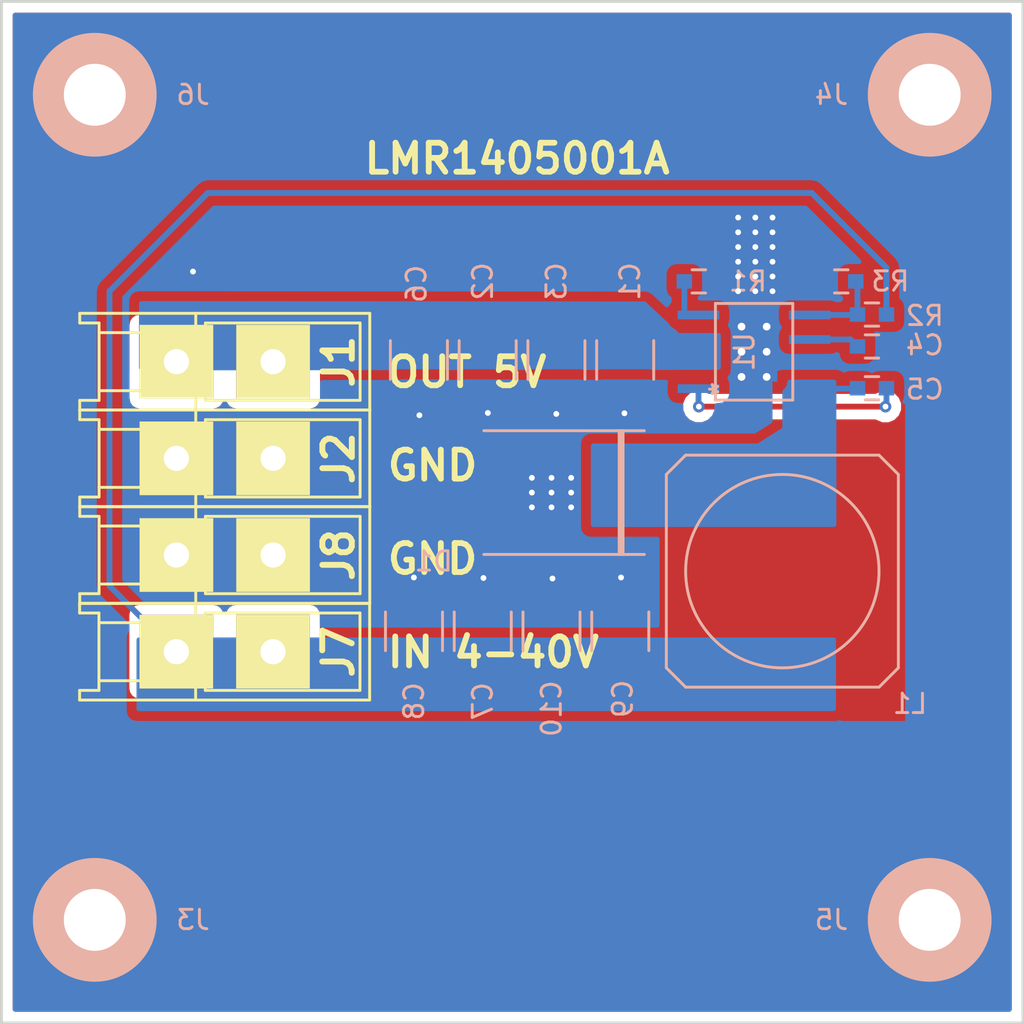
<source format=kicad_pcb>
(kicad_pcb (version 20170123) (host pcbnew "(2017-08-08 revision 53204e097)-makepkg")

  (general
    (thickness 1.6)
    (drawings 6)
    (tracks 157)
    (zones 0)
    (modules 24)
    (nets 9)
  )

  (page A4)
  (layers
    (0 F.Cu signal)
    (31 B.Cu signal)
    (32 B.Adhes user)
    (33 F.Adhes user)
    (34 B.Paste user)
    (35 F.Paste user)
    (36 B.SilkS user)
    (37 F.SilkS user)
    (38 B.Mask user)
    (39 F.Mask user)
    (40 Dwgs.User user)
    (41 Cmts.User user hide)
    (42 Eco1.User user)
    (43 Eco2.User user)
    (44 Edge.Cuts user)
    (45 Margin user)
    (46 B.CrtYd user)
    (47 F.CrtYd user)
    (48 B.Fab user hide)
    (49 F.Fab user hide)
  )

  (setup
    (last_trace_width 0.3)
    (trace_clearance 0.3)
    (zone_clearance 0.508)
    (zone_45_only yes)
    (trace_min 0.2)
    (segment_width 0.2)
    (edge_width 0.15)
    (via_size 0.6)
    (via_drill 0.3)
    (via_min_size 0.6)
    (via_min_drill 0.3)
    (uvia_size 0.3)
    (uvia_drill 0.1)
    (uvias_allowed no)
    (uvia_min_size 0.2)
    (uvia_min_drill 0.1)
    (pcb_text_width 0.3)
    (pcb_text_size 1.5 1.5)
    (mod_edge_width 0.15)
    (mod_text_size 1 1)
    (mod_text_width 0.15)
    (pad_size 4.0005 4.0005)
    (pad_drill 1.99898)
    (pad_to_mask_clearance 0.2)
    (aux_axis_origin 0 0)
    (visible_elements 7FFFFFFF)
    (pcbplotparams
      (layerselection 0x0103c_ffffffff)
      (usegerberextensions false)
      (excludeedgelayer true)
      (linewidth 0.100000)
      (plotframeref false)
      (viasonmask false)
      (mode 1)
      (useauxorigin false)
      (hpglpennumber 1)
      (hpglpenspeed 20)
      (hpglpendiameter 15)
      (psnegative false)
      (psa4output false)
      (plotreference true)
      (plotvalue true)
      (plotinvisibletext false)
      (padsonsilk false)
      (subtractmaskfromsilk false)
      (outputformat 1)
      (mirror false)
      (drillshape 0)
      (scaleselection 1)
      (outputdirectory gerber/))
  )

  (net 0 "")
  (net 1 VCC)
  (net 2 GND)
  (net 3 "Net-(C4-Pad1)")
  (net 4 "Net-(C5-Pad2)")
  (net 5 "Net-(C5-Pad1)")
  (net 6 "Net-(R1-Pad1)")
  (net 7 +5V)
  (net 8 "Net-(R2-Pad2)")

  (net_class Default "This is the default net class."
    (clearance 0.3)
    (trace_width 0.3)
    (via_dia 0.6)
    (via_drill 0.3)
    (uvia_dia 0.3)
    (uvia_drill 0.1)
    (add_net +5V)
    (add_net GND)
    (add_net "Net-(C4-Pad1)")
    (add_net "Net-(C5-Pad1)")
    (add_net "Net-(C5-Pad2)")
    (add_net "Net-(R1-Pad1)")
    (add_net "Net-(R2-Pad2)")
    (add_net VCC)
  )

  (module Capacitors_SMD:C_1210 (layer B.Cu) (tedit 5415D85D) (tstamp 5A200E54)
    (at 129.032 89.916 270)
    (descr "Capacitor SMD 1210, reflow soldering, AVX (see smccp.pdf)")
    (tags "capacitor 1210")
    (path /5A16ECE0)
    (attr smd)
    (fp_text reference C1 (at -4.064 -0.254 270) (layer B.SilkS)
      (effects (font (size 1 1) (thickness 0.15)) (justify mirror))
    )
    (fp_text value "1u / 50V" (at 0 -2.7 270) (layer B.Fab)
      (effects (font (size 1 1) (thickness 0.15)) (justify mirror))
    )
    (fp_line (start -2.3 1.6) (end 2.3 1.6) (layer B.CrtYd) (width 0.05))
    (fp_line (start -2.3 -1.6) (end 2.3 -1.6) (layer B.CrtYd) (width 0.05))
    (fp_line (start -2.3 1.6) (end -2.3 -1.6) (layer B.CrtYd) (width 0.05))
    (fp_line (start 2.3 1.6) (end 2.3 -1.6) (layer B.CrtYd) (width 0.05))
    (fp_line (start 1 1.475) (end -1 1.475) (layer B.SilkS) (width 0.15))
    (fp_line (start -1 -1.475) (end 1 -1.475) (layer B.SilkS) (width 0.15))
    (pad 1 smd rect (at -1.5 0 270) (size 1 2.5) (layers B.Cu B.Paste B.Mask)
      (net 1 VCC))
    (pad 2 smd rect (at 1.5 0 270) (size 1 2.5) (layers B.Cu B.Paste B.Mask)
      (net 2 GND))
    (model Capacitors_SMD.3dshapes/C_1210.wrl
      (at (xyz 0 0 0))
      (scale (xyz 1 1 1))
      (rotate (xyz 0 0 0))
    )
  )

  (module Capacitors_SMD:C_1210 (layer B.Cu) (tedit 5415D85D) (tstamp 5A200E60)
    (at 121.92 89.916 270)
    (descr "Capacitor SMD 1210, reflow soldering, AVX (see smccp.pdf)")
    (tags "capacitor 1210")
    (path /5A16EC9D)
    (attr smd)
    (fp_text reference C2 (at -4.064 0.254 270) (layer B.SilkS)
      (effects (font (size 1 1) (thickness 0.15)) (justify mirror))
    )
    (fp_text value "10u / 50V" (at 0 -2.7 270) (layer B.Fab)
      (effects (font (size 1 1) (thickness 0.15)) (justify mirror))
    )
    (fp_line (start -1 -1.475) (end 1 -1.475) (layer B.SilkS) (width 0.15))
    (fp_line (start 1 1.475) (end -1 1.475) (layer B.SilkS) (width 0.15))
    (fp_line (start 2.3 1.6) (end 2.3 -1.6) (layer B.CrtYd) (width 0.05))
    (fp_line (start -2.3 1.6) (end -2.3 -1.6) (layer B.CrtYd) (width 0.05))
    (fp_line (start -2.3 -1.6) (end 2.3 -1.6) (layer B.CrtYd) (width 0.05))
    (fp_line (start -2.3 1.6) (end 2.3 1.6) (layer B.CrtYd) (width 0.05))
    (pad 2 smd rect (at 1.5 0 270) (size 1 2.5) (layers B.Cu B.Paste B.Mask)
      (net 2 GND))
    (pad 1 smd rect (at -1.5 0 270) (size 1 2.5) (layers B.Cu B.Paste B.Mask)
      (net 1 VCC))
    (model Capacitors_SMD.3dshapes/C_1210.wrl
      (at (xyz 0 0 0))
      (scale (xyz 1 1 1))
      (rotate (xyz 0 0 0))
    )
  )

  (module Capacitors_SMD:C_1210 (layer B.Cu) (tedit 5415D85D) (tstamp 5A200E6C)
    (at 125.476 89.916 270)
    (descr "Capacitor SMD 1210, reflow soldering, AVX (see smccp.pdf)")
    (tags "capacitor 1210")
    (path /5A16D82D)
    (attr smd)
    (fp_text reference C3 (at -4.064 0 270) (layer B.SilkS)
      (effects (font (size 1 1) (thickness 0.15)) (justify mirror))
    )
    (fp_text value "10u / 50V" (at 0 -2.7 270) (layer B.Fab)
      (effects (font (size 1 1) (thickness 0.15)) (justify mirror))
    )
    (fp_line (start -2.3 1.6) (end 2.3 1.6) (layer B.CrtYd) (width 0.05))
    (fp_line (start -2.3 -1.6) (end 2.3 -1.6) (layer B.CrtYd) (width 0.05))
    (fp_line (start -2.3 1.6) (end -2.3 -1.6) (layer B.CrtYd) (width 0.05))
    (fp_line (start 2.3 1.6) (end 2.3 -1.6) (layer B.CrtYd) (width 0.05))
    (fp_line (start 1 1.475) (end -1 1.475) (layer B.SilkS) (width 0.15))
    (fp_line (start -1 -1.475) (end 1 -1.475) (layer B.SilkS) (width 0.15))
    (pad 1 smd rect (at -1.5 0 270) (size 1 2.5) (layers B.Cu B.Paste B.Mask)
      (net 1 VCC))
    (pad 2 smd rect (at 1.5 0 270) (size 1 2.5) (layers B.Cu B.Paste B.Mask)
      (net 2 GND))
    (model Capacitors_SMD.3dshapes/C_1210.wrl
      (at (xyz 0 0 0))
      (scale (xyz 1 1 1))
      (rotate (xyz 0 0 0))
    )
  )

  (module Capacitors_SMD:C_0603 (layer B.Cu) (tedit 5415D631) (tstamp 5A200E78)
    (at 141.7955 89.2175)
    (descr "Capacitor SMD 0603, reflow soldering, AVX (see smccp.pdf)")
    (tags "capacitor 0603")
    (path /5A16D7E2)
    (attr smd)
    (fp_text reference C4 (at 2.7305 -0.0635) (layer B.SilkS)
      (effects (font (size 1 1) (thickness 0.15)) (justify mirror))
    )
    (fp_text value 22n (at 0 -1.9) (layer B.Fab)
      (effects (font (size 1 1) (thickness 0.15)) (justify mirror))
    )
    (fp_line (start -1.45 0.75) (end 1.45 0.75) (layer B.CrtYd) (width 0.05))
    (fp_line (start -1.45 -0.75) (end 1.45 -0.75) (layer B.CrtYd) (width 0.05))
    (fp_line (start -1.45 0.75) (end -1.45 -0.75) (layer B.CrtYd) (width 0.05))
    (fp_line (start 1.45 0.75) (end 1.45 -0.75) (layer B.CrtYd) (width 0.05))
    (fp_line (start -0.35 0.6) (end 0.35 0.6) (layer B.SilkS) (width 0.15))
    (fp_line (start 0.35 -0.6) (end -0.35 -0.6) (layer B.SilkS) (width 0.15))
    (pad 1 smd rect (at -0.75 0) (size 0.8 0.75) (layers B.Cu B.Paste B.Mask)
      (net 3 "Net-(C4-Pad1)"))
    (pad 2 smd rect (at 0.75 0) (size 0.8 0.75) (layers B.Cu B.Paste B.Mask)
      (net 2 GND))
    (model Capacitors_SMD.3dshapes/C_0603.wrl
      (at (xyz 0 0 0))
      (scale (xyz 1 1 1))
      (rotate (xyz 0 0 0))
    )
  )

  (module Capacitors_SMD:C_0603 (layer B.Cu) (tedit 5415D631) (tstamp 5A200E84)
    (at 141.7955 91.3765 180)
    (descr "Capacitor SMD 0603, reflow soldering, AVX (see smccp.pdf)")
    (tags "capacitor 0603")
    (path /5A16D87C)
    (attr smd)
    (fp_text reference C5 (at -2.7305 -0.0635 180) (layer B.SilkS)
      (effects (font (size 1 1) (thickness 0.15)) (justify mirror))
    )
    (fp_text value 100n (at 0 -1.9 180) (layer B.Fab)
      (effects (font (size 1 1) (thickness 0.15)) (justify mirror))
    )
    (fp_line (start 0.35 -0.6) (end -0.35 -0.6) (layer B.SilkS) (width 0.15))
    (fp_line (start -0.35 0.6) (end 0.35 0.6) (layer B.SilkS) (width 0.15))
    (fp_line (start 1.45 0.75) (end 1.45 -0.75) (layer B.CrtYd) (width 0.05))
    (fp_line (start -1.45 0.75) (end -1.45 -0.75) (layer B.CrtYd) (width 0.05))
    (fp_line (start -1.45 -0.75) (end 1.45 -0.75) (layer B.CrtYd) (width 0.05))
    (fp_line (start -1.45 0.75) (end 1.45 0.75) (layer B.CrtYd) (width 0.05))
    (pad 2 smd rect (at 0.75 0 180) (size 0.8 0.75) (layers B.Cu B.Paste B.Mask)
      (net 4 "Net-(C5-Pad2)"))
    (pad 1 smd rect (at -0.75 0 180) (size 0.8 0.75) (layers B.Cu B.Paste B.Mask)
      (net 5 "Net-(C5-Pad1)"))
    (model Capacitors_SMD.3dshapes/C_0603.wrl
      (at (xyz 0 0 0))
      (scale (xyz 1 1 1))
      (rotate (xyz 0 0 0))
    )
  )

  (module Capacitors_SMD:C_1210 (layer B.Cu) (tedit 5415D85D) (tstamp 5A200E9C)
    (at 121.666 103.9495 90)
    (descr "Capacitor SMD 1210, reflow soldering, AVX (see smccp.pdf)")
    (tags "capacitor 1210")
    (path /5A16D8BB)
    (attr smd)
    (fp_text reference C7 (at -3.6195 0 90) (layer B.SilkS)
      (effects (font (size 1 1) (thickness 0.15)) (justify mirror))
    )
    (fp_text value 47u (at 0 -2.7 90) (layer B.Fab)
      (effects (font (size 1 1) (thickness 0.15)) (justify mirror))
    )
    (fp_line (start -1 -1.475) (end 1 -1.475) (layer B.SilkS) (width 0.15))
    (fp_line (start 1 1.475) (end -1 1.475) (layer B.SilkS) (width 0.15))
    (fp_line (start 2.3 1.6) (end 2.3 -1.6) (layer B.CrtYd) (width 0.05))
    (fp_line (start -2.3 1.6) (end -2.3 -1.6) (layer B.CrtYd) (width 0.05))
    (fp_line (start -2.3 -1.6) (end 2.3 -1.6) (layer B.CrtYd) (width 0.05))
    (fp_line (start -2.3 1.6) (end 2.3 1.6) (layer B.CrtYd) (width 0.05))
    (pad 2 smd rect (at 1.5 0 90) (size 1 2.5) (layers B.Cu B.Paste B.Mask)
      (net 2 GND))
    (pad 1 smd rect (at -1.5 0 90) (size 1 2.5) (layers B.Cu B.Paste B.Mask)
      (net 7 +5V))
    (model Capacitors_SMD.3dshapes/C_1210.wrl
      (at (xyz 0 0 0))
      (scale (xyz 1 1 1))
      (rotate (xyz 0 0 0))
    )
  )

  (module Capacitors_SMD:C_1210 (layer B.Cu) (tedit 5415D85D) (tstamp 5A200EA8)
    (at 118.11 103.9495 90)
    (descr "Capacitor SMD 1210, reflow soldering, AVX (see smccp.pdf)")
    (tags "capacitor 1210")
    (path /5A16E626)
    (attr smd)
    (fp_text reference C8 (at -3.6195 0 90) (layer B.SilkS)
      (effects (font (size 1 1) (thickness 0.15)) (justify mirror))
    )
    (fp_text value 47u (at 0 -2.7 90) (layer B.Fab)
      (effects (font (size 1 1) (thickness 0.15)) (justify mirror))
    )
    (fp_line (start -2.3 1.6) (end 2.3 1.6) (layer B.CrtYd) (width 0.05))
    (fp_line (start -2.3 -1.6) (end 2.3 -1.6) (layer B.CrtYd) (width 0.05))
    (fp_line (start -2.3 1.6) (end -2.3 -1.6) (layer B.CrtYd) (width 0.05))
    (fp_line (start 2.3 1.6) (end 2.3 -1.6) (layer B.CrtYd) (width 0.05))
    (fp_line (start 1 1.475) (end -1 1.475) (layer B.SilkS) (width 0.15))
    (fp_line (start -1 -1.475) (end 1 -1.475) (layer B.SilkS) (width 0.15))
    (pad 1 smd rect (at -1.5 0 90) (size 1 2.5) (layers B.Cu B.Paste B.Mask)
      (net 7 +5V))
    (pad 2 smd rect (at 1.5 0 90) (size 1 2.5) (layers B.Cu B.Paste B.Mask)
      (net 2 GND))
    (model Capacitors_SMD.3dshapes/C_1210.wrl
      (at (xyz 0 0 0))
      (scale (xyz 1 1 1))
      (rotate (xyz 0 0 0))
    )
  )

  (module Capacitors_SMD:C_1210 (layer B.Cu) (tedit 5415D85D) (tstamp 5A200EB4)
    (at 128.778 103.9495 90)
    (descr "Capacitor SMD 1210, reflow soldering, AVX (see smccp.pdf)")
    (tags "capacitor 1210")
    (path /5A16E64B)
    (attr smd)
    (fp_text reference C9 (at -3.4925 0.127 90) (layer B.SilkS)
      (effects (font (size 1 1) (thickness 0.15)) (justify mirror))
    )
    (fp_text value 47u (at 0 -2.7 90) (layer B.Fab)
      (effects (font (size 1 1) (thickness 0.15)) (justify mirror))
    )
    (fp_line (start -1 -1.475) (end 1 -1.475) (layer B.SilkS) (width 0.15))
    (fp_line (start 1 1.475) (end -1 1.475) (layer B.SilkS) (width 0.15))
    (fp_line (start 2.3 1.6) (end 2.3 -1.6) (layer B.CrtYd) (width 0.05))
    (fp_line (start -2.3 1.6) (end -2.3 -1.6) (layer B.CrtYd) (width 0.05))
    (fp_line (start -2.3 -1.6) (end 2.3 -1.6) (layer B.CrtYd) (width 0.05))
    (fp_line (start -2.3 1.6) (end 2.3 1.6) (layer B.CrtYd) (width 0.05))
    (pad 2 smd rect (at 1.5 0 90) (size 1 2.5) (layers B.Cu B.Paste B.Mask)
      (net 2 GND))
    (pad 1 smd rect (at -1.5 0 90) (size 1 2.5) (layers B.Cu B.Paste B.Mask)
      (net 7 +5V))
    (model Capacitors_SMD.3dshapes/C_1210.wrl
      (at (xyz 0 0 0))
      (scale (xyz 1 1 1))
      (rotate (xyz 0 0 0))
    )
  )

  (module Capacitors_SMD:C_1210 (layer B.Cu) (tedit 5415D85D) (tstamp 5A200EC0)
    (at 125.222 103.9495 90)
    (descr "Capacitor SMD 1210, reflow soldering, AVX (see smccp.pdf)")
    (tags "capacitor 1210")
    (path /5A16E671)
    (attr smd)
    (fp_text reference C10 (at -4.0005 0 90) (layer B.SilkS)
      (effects (font (size 1 1) (thickness 0.15)) (justify mirror))
    )
    (fp_text value 47u (at 0 -2.7 90) (layer B.Fab)
      (effects (font (size 1 1) (thickness 0.15)) (justify mirror))
    )
    (fp_line (start -2.3 1.6) (end 2.3 1.6) (layer B.CrtYd) (width 0.05))
    (fp_line (start -2.3 -1.6) (end 2.3 -1.6) (layer B.CrtYd) (width 0.05))
    (fp_line (start -2.3 1.6) (end -2.3 -1.6) (layer B.CrtYd) (width 0.05))
    (fp_line (start 2.3 1.6) (end 2.3 -1.6) (layer B.CrtYd) (width 0.05))
    (fp_line (start 1 1.475) (end -1 1.475) (layer B.SilkS) (width 0.15))
    (fp_line (start -1 -1.475) (end 1 -1.475) (layer B.SilkS) (width 0.15))
    (pad 1 smd rect (at -1.5 0 90) (size 1 2.5) (layers B.Cu B.Paste B.Mask)
      (net 7 +5V))
    (pad 2 smd rect (at 1.5 0 90) (size 1 2.5) (layers B.Cu B.Paste B.Mask)
      (net 2 GND))
    (model Capacitors_SMD.3dshapes/C_1210.wrl
      (at (xyz 0 0 0))
      (scale (xyz 1 1 1))
      (rotate (xyz 0 0 0))
    )
  )

  (module Diodes_SMD:DO-214AB (layer B.Cu) (tedit 55429DAE) (tstamp 5A200ED0)
    (at 125.222 96.774 180)
    (descr "Jedec DO-214AB diode package. Designed according to Fairchild SS32 datasheet.")
    (tags "DO-214AB diode")
    (path /5A16D9EE)
    (attr smd)
    (fp_text reference D1 (at 6.096 -3.556 180) (layer B.SilkS)
      (effects (font (size 1 1) (thickness 0.15)) (justify mirror))
    )
    (fp_text value STPS5L60 (at 0 -4.6 180) (layer B.Fab)
      (effects (font (size 1 1) (thickness 0.15)) (justify mirror))
    )
    (fp_line (start -3.5 -3.2) (end -3.5 3.2) (layer B.SilkS) (width 0.15))
    (fp_line (start -3.6 -3.2) (end -3.5 -3.2) (layer B.SilkS) (width 0.15))
    (fp_line (start -3.6 3.2) (end -3.6 -3.2) (layer B.SilkS) (width 0.15))
    (fp_line (start -3.7 3.2) (end -3.7 -3.2) (layer B.SilkS) (width 0.15))
    (fp_line (start -5.15 3.45) (end 5.15 3.45) (layer B.CrtYd) (width 0.05))
    (fp_line (start 5.15 3.45) (end 5.15 -3.45) (layer B.CrtYd) (width 0.05))
    (fp_line (start 5.15 -3.45) (end -5.15 -3.45) (layer B.CrtYd) (width 0.05))
    (fp_line (start -5.15 -3.45) (end -5.15 3.45) (layer B.CrtYd) (width 0.05))
    (fp_line (start 3.5 -3.2) (end -4.8 -3.2) (layer B.SilkS) (width 0.15))
    (fp_line (start -4.8 3.2) (end 3.5 3.2) (layer B.SilkS) (width 0.15))
    (pad 2 smd rect (at 3.6 0 180) (size 2.6 3.2) (layers B.Cu B.Paste B.Mask)
      (net 2 GND))
    (pad 1 smd rect (at -3.6 0 180) (size 2.6 3.2) (layers B.Cu B.Paste B.Mask)
      (net 4 "Net-(C5-Pad2)"))
    (model Diodes_SMD.3dshapes/DO-214AB.wrl
      (at (xyz 0 0 0))
      (scale (xyz 0.39 0.39 0.39))
      (rotate (xyz 0 0 180))
    )
  )

  (module Inductors:SELF-WE-PD-XXL (layer B.Cu) (tedit 0) (tstamp 5A200EE2)
    (at 137.16 100.838 270)
    (descr "SELF- WE-PD-XXL")
    (path /5A16D983)
    (attr smd)
    (fp_text reference L1 (at 6.858 -6.604 180) (layer B.SilkS)
      (effects (font (size 1 1) (thickness 0.15)) (justify mirror))
    )
    (fp_text value 744770115 (at 1.80086 0 180) (layer B.Fab)
      (effects (font (size 1 1) (thickness 0.15)) (justify mirror))
    )
    (fp_circle (center 0 0) (end 0 5.00126) (layer B.SilkS) (width 0.15))
    (fp_line (start -5.99948 0) (end -5.99948 5.00126) (layer B.SilkS) (width 0.15))
    (fp_line (start -5.99948 5.00126) (end -5.00126 5.99948) (layer B.SilkS) (width 0.15))
    (fp_line (start -5.00126 5.99948) (end 5.00126 5.99948) (layer B.SilkS) (width 0.15))
    (fp_line (start 5.00126 5.99948) (end 5.99948 5.00126) (layer B.SilkS) (width 0.15))
    (fp_line (start 5.99948 5.00126) (end 5.99948 -5.00126) (layer B.SilkS) (width 0.15))
    (fp_line (start 5.99948 -5.00126) (end 5.00126 -5.99948) (layer B.SilkS) (width 0.15))
    (fp_line (start 5.00126 -5.99948) (end -5.00126 -5.99948) (layer B.SilkS) (width 0.15))
    (fp_line (start -5.00126 -5.99948) (end -5.99948 -5.00126) (layer B.SilkS) (width 0.15))
    (fp_line (start -5.99948 -5.00126) (end -5.99948 0) (layer B.SilkS) (width 0.15))
    (fp_text user "" (at 0 0 270) (layer B.SilkS)
      (effects (font (size 1 1) (thickness 0.15)) (justify mirror))
    )
    (fp_text user "" (at 0 0 270) (layer B.SilkS)
      (effects (font (size 1 1) (thickness 0.15)) (justify mirror))
    )
    (pad 1 smd rect (at -5.00126 0 270) (size 2.90068 5.40004) (layers B.Cu B.Paste B.Mask)
      (net 4 "Net-(C5-Pad2)"))
    (pad 2 smd rect (at 5.00126 0 270) (size 2.90068 5.40004) (layers B.Cu B.Paste B.Mask)
      (net 7 +5V))
    (model Inductors.3dshapes/SELF-WE-PD-XXL.wrl
      (at (xyz 0 0 0))
      (scale (xyz 1 1 1))
      (rotate (xyz 0 0 0))
    )
  )

  (module Capacitors_SMD:C_0603 (layer B.Cu) (tedit 5415D631) (tstamp 5A200EEE)
    (at 132.842 85.852)
    (descr "Capacitor SMD 0603, reflow soldering, AVX (see smccp.pdf)")
    (tags "capacitor 0603")
    (path /5A16D8E6)
    (attr smd)
    (fp_text reference R1 (at 2.54 0) (layer B.SilkS)
      (effects (font (size 1 1) (thickness 0.15)) (justify mirror))
    )
    (fp_text value 20k (at 0 -1.9) (layer B.Fab)
      (effects (font (size 1 1) (thickness 0.15)) (justify mirror))
    )
    (fp_line (start -1.45 0.75) (end 1.45 0.75) (layer B.CrtYd) (width 0.05))
    (fp_line (start -1.45 -0.75) (end 1.45 -0.75) (layer B.CrtYd) (width 0.05))
    (fp_line (start -1.45 0.75) (end -1.45 -0.75) (layer B.CrtYd) (width 0.05))
    (fp_line (start 1.45 0.75) (end 1.45 -0.75) (layer B.CrtYd) (width 0.05))
    (fp_line (start -0.35 0.6) (end 0.35 0.6) (layer B.SilkS) (width 0.15))
    (fp_line (start 0.35 -0.6) (end -0.35 -0.6) (layer B.SilkS) (width 0.15))
    (pad 1 smd rect (at -0.75 0) (size 0.8 0.75) (layers B.Cu B.Paste B.Mask)
      (net 6 "Net-(R1-Pad1)"))
    (pad 2 smd rect (at 0.75 0) (size 0.8 0.75) (layers B.Cu B.Paste B.Mask)
      (net 2 GND))
    (model Capacitors_SMD.3dshapes/C_0603.wrl
      (at (xyz 0 0 0))
      (scale (xyz 1 1 1))
      (rotate (xyz 0 0 0))
    )
  )

  (module Capacitors_SMD:C_0603 (layer B.Cu) (tedit 5415D631) (tstamp 5A200EFA)
    (at 141.7955 87.5665 180)
    (descr "Capacitor SMD 0603, reflow soldering, AVX (see smccp.pdf)")
    (tags "capacitor 0603")
    (path /5A16D91F)
    (attr smd)
    (fp_text reference R2 (at -2.7305 -0.0635 180) (layer B.SilkS)
      (effects (font (size 1 1) (thickness 0.15)) (justify mirror))
    )
    (fp_text value 56k (at 0 -1.9 180) (layer B.Fab)
      (effects (font (size 1 1) (thickness 0.15)) (justify mirror))
    )
    (fp_line (start 0.35 -0.6) (end -0.35 -0.6) (layer B.SilkS) (width 0.15))
    (fp_line (start -0.35 0.6) (end 0.35 0.6) (layer B.SilkS) (width 0.15))
    (fp_line (start 1.45 0.75) (end 1.45 -0.75) (layer B.CrtYd) (width 0.05))
    (fp_line (start -1.45 0.75) (end -1.45 -0.75) (layer B.CrtYd) (width 0.05))
    (fp_line (start -1.45 -0.75) (end 1.45 -0.75) (layer B.CrtYd) (width 0.05))
    (fp_line (start -1.45 0.75) (end 1.45 0.75) (layer B.CrtYd) (width 0.05))
    (pad 2 smd rect (at 0.75 0 180) (size 0.8 0.75) (layers B.Cu B.Paste B.Mask)
      (net 8 "Net-(R2-Pad2)"))
    (pad 1 smd rect (at -0.75 0 180) (size 0.8 0.75) (layers B.Cu B.Paste B.Mask)
      (net 7 +5V))
    (model Capacitors_SMD.3dshapes/C_0603.wrl
      (at (xyz 0 0 0))
      (scale (xyz 1 1 1))
      (rotate (xyz 0 0 0))
    )
  )

  (module Capacitors_SMD:C_0603 (layer B.Cu) (tedit 5415D631) (tstamp 5A200F06)
    (at 140.208 85.852 180)
    (descr "Capacitor SMD 0603, reflow soldering, AVX (see smccp.pdf)")
    (tags "capacitor 0603")
    (path /5A16D94E)
    (attr smd)
    (fp_text reference R3 (at -2.54 0 180) (layer B.SilkS)
      (effects (font (size 1 1) (thickness 0.15)) (justify mirror))
    )
    (fp_text value 10k (at 0 -1.9 180) (layer B.Fab)
      (effects (font (size 1 1) (thickness 0.15)) (justify mirror))
    )
    (fp_line (start -1.45 0.75) (end 1.45 0.75) (layer B.CrtYd) (width 0.05))
    (fp_line (start -1.45 -0.75) (end 1.45 -0.75) (layer B.CrtYd) (width 0.05))
    (fp_line (start -1.45 0.75) (end -1.45 -0.75) (layer B.CrtYd) (width 0.05))
    (fp_line (start 1.45 0.75) (end 1.45 -0.75) (layer B.CrtYd) (width 0.05))
    (fp_line (start -0.35 0.6) (end 0.35 0.6) (layer B.SilkS) (width 0.15))
    (fp_line (start 0.35 -0.6) (end -0.35 -0.6) (layer B.SilkS) (width 0.15))
    (pad 1 smd rect (at -0.75 0 180) (size 0.8 0.75) (layers B.Cu B.Paste B.Mask)
      (net 8 "Net-(R2-Pad2)"))
    (pad 2 smd rect (at 0.75 0 180) (size 0.8 0.75) (layers B.Cu B.Paste B.Mask)
      (net 2 GND))
    (model Capacitors_SMD.3dshapes/C_0603.wrl
      (at (xyz 0 0 0))
      (scale (xyz 1 1 1))
      (rotate (xyz 0 0 0))
    )
  )

  (module Mlab_IO:HSOP-8 (layer B.Cu) (tedit 58242E22) (tstamp 5A200F1E)
    (at 135.6995 89.492 90)
    (path /5A16D781)
    (fp_text reference U1 (at 0 -0.5 90) (layer B.SilkS)
      (effects (font (size 1 1) (thickness 0.15)) (justify mirror))
    )
    (fp_text value LMR14050 (at 0 0.5 90) (layer B.Fab)
      (effects (font (size 1 1) (thickness 0.15)) (justify mirror))
    )
    (fp_line (start -2.5 -2) (end -2.5 2) (layer B.SilkS) (width 0.15))
    (fp_line (start 2.5 -2) (end -2.5 -2) (layer B.SilkS) (width 0.15))
    (fp_line (start 2.5 2) (end 2.5 -2) (layer B.SilkS) (width 0.15))
    (fp_line (start -2.5 2) (end 2.5 2) (layer B.SilkS) (width 0.15))
    (fp_text user * (at -1.9304 -1.7653 90) (layer B.SilkS)
      (effects (font (size 1 1) (thickness 0.15)) (justify mirror))
    )
    (pad 9 thru_hole circle (at -1.3 0.65 90) (size 0.45 0.45) (drill 0.4) (layers *.Cu *.Mask)
      (net 2 GND))
    (pad 9 thru_hole circle (at -1.3 -0.65 90) (size 0.45 0.45) (drill 0.4) (layers *.Cu *.Mask)
      (net 2 GND))
    (pad 9 thru_hole circle (at 1.3 -0.65 90) (size 0.45 0.45) (drill 0.4) (layers *.Cu *.Mask)
      (net 2 GND))
    (pad 9 thru_hole circle (at 1.3 0.65 90) (size 0.45 0.45) (drill 0.4) (layers *.Cu *.Mask)
      (net 2 GND))
    (pad 9 thru_hole circle (at 0 0.65 90) (size 0.45 0.45) (drill 0.4) (layers *.Cu *.Mask)
      (net 2 GND))
    (pad 9 thru_hole circle (at 0 -0.65 90) (size 0.45 0.45) (drill 0.4) (layers *.Cu *.Mask)
      (net 2 GND))
    (pad 9 smd trapezoid (at 0 0 90) (size 3.1 2.4) (layers B.Cu B.Paste B.Mask)
      (net 2 GND))
    (pad 8 smd trapezoid (at -1.905 2.875 90) (size 0.45 2.15) (layers B.Cu B.Paste B.Mask)
      (net 4 "Net-(C5-Pad2)"))
    (pad 7 smd trapezoid (at -0.635 2.875 90) (size 0.45 2.15) (layers B.Cu B.Paste B.Mask)
      (net 2 GND))
    (pad 6 smd trapezoid (at 0.635 2.875 90) (size 0.45 2.15) (layers B.Cu B.Paste B.Mask)
      (net 3 "Net-(C4-Pad1)"))
    (pad 5 smd trapezoid (at 1.905 2.875 90) (size 0.45 2.15) (layers B.Cu B.Paste B.Mask)
      (net 8 "Net-(R2-Pad2)"))
    (pad 4 smd trapezoid (at 1.905 -2.875 90) (size 0.45 2.15) (layers B.Cu B.Paste B.Mask)
      (net 6 "Net-(R1-Pad1)"))
    (pad 3 smd trapezoid (at 0.635 -2.875 90) (size 0.45 2.15) (layers B.Cu B.Paste B.Mask)
      (net 1 VCC))
    (pad 2 smd trapezoid (at -0.635 -2.875 90) (size 0.45 2.15) (layers B.Cu B.Paste B.Mask)
      (net 1 VCC))
    (pad 1 smd trapezoid (at -1.905 -2.875 90) (size 0.45 2.15) (layers B.Cu B.Paste B.Mask)
      (net 5 "Net-(C5-Pad1)"))
  )

  (module Capacitors_SMD:C_1210 (layer B.Cu) (tedit 5415D85D) (tstamp 5A26FFC6)
    (at 118.364 89.916 270)
    (descr "Capacitor SMD 1210, reflow soldering, AVX (see smccp.pdf)")
    (tags "capacitor 1210")
    (path /5A1706E0)
    (attr smd)
    (fp_text reference C6 (at -3.937 0.127 270) (layer B.SilkS)
      (effects (font (size 1 1) (thickness 0.15)) (justify mirror))
    )
    (fp_text value "1u / 50V" (at 0 -2.7 270) (layer B.Fab)
      (effects (font (size 1 1) (thickness 0.15)) (justify mirror))
    )
    (fp_line (start -2.3 1.6) (end 2.3 1.6) (layer B.CrtYd) (width 0.05))
    (fp_line (start -2.3 -1.6) (end 2.3 -1.6) (layer B.CrtYd) (width 0.05))
    (fp_line (start -2.3 1.6) (end -2.3 -1.6) (layer B.CrtYd) (width 0.05))
    (fp_line (start 2.3 1.6) (end 2.3 -1.6) (layer B.CrtYd) (width 0.05))
    (fp_line (start 1 1.475) (end -1 1.475) (layer B.SilkS) (width 0.15))
    (fp_line (start -1 -1.475) (end 1 -1.475) (layer B.SilkS) (width 0.15))
    (pad 1 smd rect (at -1.5 0 270) (size 1 2.5) (layers B.Cu B.Paste B.Mask)
      (net 1 VCC))
    (pad 2 smd rect (at 1.5 0 270) (size 1 2.5) (layers B.Cu B.Paste B.Mask)
      (net 2 GND))
    (model Capacitors_SMD.3dshapes/C_1210.wrl
      (at (xyz 0 0 0))
      (scale (xyz 1 1 1))
      (rotate (xyz 0 0 0))
    )
  )

  (module Mounting_Holes:MountingHole_3.2mm_M3_Pad (layer B.Cu) (tedit 56D1B4CB) (tstamp 5A306C7D)
    (at 101.6 118.872)
    (descr "Mounting Hole 3.2mm, M3")
    (tags "mounting hole 3.2mm m3")
    (path /5A17146E)
    (fp_text reference J3 (at 5.08 0) (layer B.SilkS)
      (effects (font (size 1 1) (thickness 0.15)) (justify mirror))
    )
    (fp_text value CONN_01X01 (at 0 -4.2) (layer B.Fab)
      (effects (font (size 1 1) (thickness 0.15)) (justify mirror))
    )
    (fp_circle (center 0 0) (end 3.45 0) (layer B.CrtYd) (width 0.05))
    (fp_circle (center 0 0) (end 3.2 0) (layer Cmts.User) (width 0.15))
    (pad 1 thru_hole circle (at 0 0) (size 6.4 6.4) (drill 3.2) (layers *.Cu *.Mask B.SilkS)
      (net 2 GND))
  )

  (module Mounting_Holes:MountingHole_3.2mm_M3_Pad (layer B.Cu) (tedit 56D1B4CB) (tstamp 5A306C84)
    (at 144.78 76.2)
    (descr "Mounting Hole 3.2mm, M3")
    (tags "mounting hole 3.2mm m3")
    (path /5A171540)
    (fp_text reference J4 (at -5.08 0) (layer B.SilkS)
      (effects (font (size 1 1) (thickness 0.15)) (justify mirror))
    )
    (fp_text value CONN_01X01 (at 0 -4.2) (layer B.Fab)
      (effects (font (size 1 1) (thickness 0.15)) (justify mirror))
    )
    (fp_circle (center 0 0) (end 3.2 0) (layer Cmts.User) (width 0.15))
    (fp_circle (center 0 0) (end 3.45 0) (layer B.CrtYd) (width 0.05))
    (pad 1 thru_hole circle (at 0 0) (size 6.4 6.4) (drill 3.2) (layers *.Cu *.Mask B.SilkS)
      (net 2 GND))
  )

  (module Mounting_Holes:MountingHole_3.2mm_M3_Pad (layer B.Cu) (tedit 56D1B4CB) (tstamp 5A306C8B)
    (at 144.78 118.872)
    (descr "Mounting Hole 3.2mm, M3")
    (tags "mounting hole 3.2mm m3")
    (path /5A17157E)
    (fp_text reference J5 (at -5.08 0) (layer B.SilkS)
      (effects (font (size 1 1) (thickness 0.15)) (justify mirror))
    )
    (fp_text value CONN_01X01 (at 0 -4.2) (layer B.Fab)
      (effects (font (size 1 1) (thickness 0.15)) (justify mirror))
    )
    (fp_circle (center 0 0) (end 3.45 0) (layer B.CrtYd) (width 0.05))
    (fp_circle (center 0 0) (end 3.2 0) (layer Cmts.User) (width 0.15))
    (pad 1 thru_hole circle (at 0 0) (size 6.4 6.4) (drill 3.2) (layers *.Cu *.Mask B.SilkS)
      (net 2 GND))
  )

  (module Mounting_Holes:MountingHole_3.2mm_M3_Pad (layer B.Cu) (tedit 56D1B4CB) (tstamp 5A306C92)
    (at 101.6 76.2)
    (descr "Mounting Hole 3.2mm, M3")
    (tags "mounting hole 3.2mm m3")
    (path /5A1715BA)
    (fp_text reference J6 (at 5.08 0) (layer B.SilkS)
      (effects (font (size 1 1) (thickness 0.15)) (justify mirror))
    )
    (fp_text value CONN_01X01 (at 0 -4.2) (layer B.Fab)
      (effects (font (size 1 1) (thickness 0.15)) (justify mirror))
    )
    (fp_circle (center 0 0) (end 3.2 0) (layer Cmts.User) (width 0.15))
    (fp_circle (center 0 0) (end 3.45 0) (layer B.CrtYd) (width 0.05))
    (pad 1 thru_hole circle (at 0 0) (size 6.4 6.4) (drill 3.2) (layers *.Cu *.Mask B.SilkS)
      (net 2 GND))
  )

  (module Mlab_CON:WAGO256_2 (layer F.Cu) (tedit 5934EE34) (tstamp 5A350282)
    (at 108.362912 90.0036 180)
    (descr "WAGO-Series 236, 2Stift, 1pol, RM 5mm,")
    (tags "WAGO-Series 236, 2Stift, 1pol, RM 5mm, Anreibare Leiterplattenklemme")
    (path /5A171C46)
    (fp_text reference J1 (at -5.842 0 270) (layer F.SilkS)
      (effects (font (thickness 0.3048)))
    )
    (fp_text value CONN_01X01 (at 0.254 4.064 180) (layer F.SilkS) hide
      (effects (font (thickness 0.3048)))
    )
    (fp_line (start -7.46 -2.5) (end 1.54 -2.5) (layer F.SilkS) (width 0.15))
    (fp_line (start 1.54 2.5) (end -7.46 2.5) (layer F.SilkS) (width 0.15))
    (fp_line (start 1.54 -2.5) (end 7.54 -2.5) (layer F.SilkS) (width 0.15))
    (fp_line (start -6.9601 -2) (end 1.0399 -2) (layer F.SilkS) (width 0.15))
    (fp_line (start 3.54 -1.5) (end 6.54 -1.5) (layer F.SilkS) (width 0.15))
    (fp_line (start 1.54 2.5) (end 7.54 2.5) (layer F.SilkS) (width 0.15))
    (fp_line (start -6.9601 2) (end 1.0399 2) (layer F.SilkS) (width 0.15))
    (fp_line (start 3.54 1.5) (end 6.54 1.5) (layer F.SilkS) (width 0.15))
    (fp_line (start 6.54 -2) (end 7.54 -2) (layer F.SilkS) (width 0.15))
    (fp_line (start 1.0399 -1) (end 1.54 -1) (layer F.SilkS) (width 0.15))
    (fp_line (start 6.54 2) (end 7.54 2) (layer F.SilkS) (width 0.15))
    (fp_line (start 1.0399 1) (end 1.54 1) (layer F.SilkS) (width 0.15))
    (fp_line (start -6.9601 2) (end -6.9601 -2) (layer F.SilkS) (width 0.15))
    (fp_line (start 1.0399 -2) (end 1.0399 2) (layer F.SilkS) (width 0.15))
    (fp_line (start 3.54 1.5001) (end 3.54 -1.5001) (layer F.SilkS) (width 0.15))
    (fp_line (start 6.54 -2) (end 6.54 2) (layer F.SilkS) (width 0.15))
    (fp_line (start -7.46 2.5001) (end -7.46 -2.5001) (layer F.SilkS) (width 0.15))
    (fp_line (start 1.54 2.5001) (end 1.54 -2.5001) (layer F.SilkS) (width 0.15))
    (fp_line (start 7.54 -2) (end 7.54 -2.5) (layer F.SilkS) (width 0.15))
    (fp_line (start 7.54 2.5) (end 7.54 2) (layer F.SilkS) (width 0.15))
    (pad 1 thru_hole rect (at 2.54 0 270) (size 3.81 3.81) (drill 1.3) (layers *.Cu *.Mask F.SilkS)
      (net 1 VCC))
    (pad 1 thru_hole rect (at -2.46 0 270) (size 3.81 3.81) (drill 1.3) (layers *.Cu *.Mask F.SilkS)
      (net 1 VCC))
  )

  (module Mlab_CON:WAGO256_2 (layer F.Cu) (tedit 5934EE34) (tstamp 5A35029B)
    (at 108.362912 95.0036 180)
    (descr "WAGO-Series 236, 2Stift, 1pol, RM 5mm,")
    (tags "WAGO-Series 236, 2Stift, 1pol, RM 5mm, Anreibare Leiterplattenklemme")
    (path /5A171E9A)
    (fp_text reference J2 (at -5.842 0 270) (layer F.SilkS)
      (effects (font (thickness 0.3048)))
    )
    (fp_text value CONN_01X01 (at 0.254 4.064 180) (layer F.SilkS) hide
      (effects (font (thickness 0.3048)))
    )
    (fp_line (start 7.54 2.5) (end 7.54 2) (layer F.SilkS) (width 0.15))
    (fp_line (start 7.54 -2) (end 7.54 -2.5) (layer F.SilkS) (width 0.15))
    (fp_line (start 1.54 2.5001) (end 1.54 -2.5001) (layer F.SilkS) (width 0.15))
    (fp_line (start -7.46 2.5001) (end -7.46 -2.5001) (layer F.SilkS) (width 0.15))
    (fp_line (start 6.54 -2) (end 6.54 2) (layer F.SilkS) (width 0.15))
    (fp_line (start 3.54 1.5001) (end 3.54 -1.5001) (layer F.SilkS) (width 0.15))
    (fp_line (start 1.0399 -2) (end 1.0399 2) (layer F.SilkS) (width 0.15))
    (fp_line (start -6.9601 2) (end -6.9601 -2) (layer F.SilkS) (width 0.15))
    (fp_line (start 1.0399 1) (end 1.54 1) (layer F.SilkS) (width 0.15))
    (fp_line (start 6.54 2) (end 7.54 2) (layer F.SilkS) (width 0.15))
    (fp_line (start 1.0399 -1) (end 1.54 -1) (layer F.SilkS) (width 0.15))
    (fp_line (start 6.54 -2) (end 7.54 -2) (layer F.SilkS) (width 0.15))
    (fp_line (start 3.54 1.5) (end 6.54 1.5) (layer F.SilkS) (width 0.15))
    (fp_line (start -6.9601 2) (end 1.0399 2) (layer F.SilkS) (width 0.15))
    (fp_line (start 1.54 2.5) (end 7.54 2.5) (layer F.SilkS) (width 0.15))
    (fp_line (start 3.54 -1.5) (end 6.54 -1.5) (layer F.SilkS) (width 0.15))
    (fp_line (start -6.9601 -2) (end 1.0399 -2) (layer F.SilkS) (width 0.15))
    (fp_line (start 1.54 -2.5) (end 7.54 -2.5) (layer F.SilkS) (width 0.15))
    (fp_line (start 1.54 2.5) (end -7.46 2.5) (layer F.SilkS) (width 0.15))
    (fp_line (start -7.46 -2.5) (end 1.54 -2.5) (layer F.SilkS) (width 0.15))
    (pad 1 thru_hole rect (at -2.46 0 270) (size 3.81 3.81) (drill 1.3) (layers *.Cu *.Mask F.SilkS)
      (net 2 GND))
    (pad 1 thru_hole rect (at 2.54 0 270) (size 3.81 3.81) (drill 1.3) (layers *.Cu *.Mask F.SilkS)
      (net 2 GND))
  )

  (module Mlab_CON:WAGO256_2 (layer F.Cu) (tedit 5934EE34) (tstamp 5A3502CD)
    (at 108.3564 105.0036 180)
    (descr "WAGO-Series 236, 2Stift, 1pol, RM 5mm,")
    (tags "WAGO-Series 236, 2Stift, 1pol, RM 5mm, Anreibare Leiterplattenklemme")
    (path /5A172173)
    (fp_text reference J7 (at -5.842 0 270) (layer F.SilkS)
      (effects (font (thickness 0.3048)))
    )
    (fp_text value CONN_01X01 (at 0.254 4.064 180) (layer F.SilkS) hide
      (effects (font (thickness 0.3048)))
    )
    (fp_line (start -7.46 -2.5) (end 1.54 -2.5) (layer F.SilkS) (width 0.15))
    (fp_line (start 1.54 2.5) (end -7.46 2.5) (layer F.SilkS) (width 0.15))
    (fp_line (start 1.54 -2.5) (end 7.54 -2.5) (layer F.SilkS) (width 0.15))
    (fp_line (start -6.9601 -2) (end 1.0399 -2) (layer F.SilkS) (width 0.15))
    (fp_line (start 3.54 -1.5) (end 6.54 -1.5) (layer F.SilkS) (width 0.15))
    (fp_line (start 1.54 2.5) (end 7.54 2.5) (layer F.SilkS) (width 0.15))
    (fp_line (start -6.9601 2) (end 1.0399 2) (layer F.SilkS) (width 0.15))
    (fp_line (start 3.54 1.5) (end 6.54 1.5) (layer F.SilkS) (width 0.15))
    (fp_line (start 6.54 -2) (end 7.54 -2) (layer F.SilkS) (width 0.15))
    (fp_line (start 1.0399 -1) (end 1.54 -1) (layer F.SilkS) (width 0.15))
    (fp_line (start 6.54 2) (end 7.54 2) (layer F.SilkS) (width 0.15))
    (fp_line (start 1.0399 1) (end 1.54 1) (layer F.SilkS) (width 0.15))
    (fp_line (start -6.9601 2) (end -6.9601 -2) (layer F.SilkS) (width 0.15))
    (fp_line (start 1.0399 -2) (end 1.0399 2) (layer F.SilkS) (width 0.15))
    (fp_line (start 3.54 1.5001) (end 3.54 -1.5001) (layer F.SilkS) (width 0.15))
    (fp_line (start 6.54 -2) (end 6.54 2) (layer F.SilkS) (width 0.15))
    (fp_line (start -7.46 2.5001) (end -7.46 -2.5001) (layer F.SilkS) (width 0.15))
    (fp_line (start 1.54 2.5001) (end 1.54 -2.5001) (layer F.SilkS) (width 0.15))
    (fp_line (start 7.54 -2) (end 7.54 -2.5) (layer F.SilkS) (width 0.15))
    (fp_line (start 7.54 2.5) (end 7.54 2) (layer F.SilkS) (width 0.15))
    (pad 1 thru_hole rect (at 2.54 0 270) (size 3.81 3.81) (drill 1.3) (layers *.Cu *.Mask F.SilkS)
      (net 7 +5V))
    (pad 1 thru_hole rect (at -2.46 0 270) (size 3.81 3.81) (drill 1.3) (layers *.Cu *.Mask F.SilkS)
      (net 7 +5V))
  )

  (module Mlab_CON:WAGO256_2 (layer F.Cu) (tedit 5934EE34) (tstamp 5A3502E7)
    (at 108.362912 100.0036 180)
    (descr "WAGO-Series 236, 2Stift, 1pol, RM 5mm,")
    (tags "WAGO-Series 236, 2Stift, 1pol, RM 5mm, Anreibare Leiterplattenklemme")
    (path /5A1722FA)
    (fp_text reference J8 (at -5.842 0 270) (layer F.SilkS)
      (effects (font (thickness 0.3048)))
    )
    (fp_text value CONN_01X01 (at 0.254 4.064 180) (layer F.SilkS) hide
      (effects (font (thickness 0.3048)))
    )
    (fp_line (start 7.54 2.5) (end 7.54 2) (layer F.SilkS) (width 0.15))
    (fp_line (start 7.54 -2) (end 7.54 -2.5) (layer F.SilkS) (width 0.15))
    (fp_line (start 1.54 2.5001) (end 1.54 -2.5001) (layer F.SilkS) (width 0.15))
    (fp_line (start -7.46 2.5001) (end -7.46 -2.5001) (layer F.SilkS) (width 0.15))
    (fp_line (start 6.54 -2) (end 6.54 2) (layer F.SilkS) (width 0.15))
    (fp_line (start 3.54 1.5001) (end 3.54 -1.5001) (layer F.SilkS) (width 0.15))
    (fp_line (start 1.0399 -2) (end 1.0399 2) (layer F.SilkS) (width 0.15))
    (fp_line (start -6.9601 2) (end -6.9601 -2) (layer F.SilkS) (width 0.15))
    (fp_line (start 1.0399 1) (end 1.54 1) (layer F.SilkS) (width 0.15))
    (fp_line (start 6.54 2) (end 7.54 2) (layer F.SilkS) (width 0.15))
    (fp_line (start 1.0399 -1) (end 1.54 -1) (layer F.SilkS) (width 0.15))
    (fp_line (start 6.54 -2) (end 7.54 -2) (layer F.SilkS) (width 0.15))
    (fp_line (start 3.54 1.5) (end 6.54 1.5) (layer F.SilkS) (width 0.15))
    (fp_line (start -6.9601 2) (end 1.0399 2) (layer F.SilkS) (width 0.15))
    (fp_line (start 1.54 2.5) (end 7.54 2.5) (layer F.SilkS) (width 0.15))
    (fp_line (start 3.54 -1.5) (end 6.54 -1.5) (layer F.SilkS) (width 0.15))
    (fp_line (start -6.9601 -2) (end 1.0399 -2) (layer F.SilkS) (width 0.15))
    (fp_line (start 1.54 -2.5) (end 7.54 -2.5) (layer F.SilkS) (width 0.15))
    (fp_line (start 1.54 2.5) (end -7.46 2.5) (layer F.SilkS) (width 0.15))
    (fp_line (start -7.46 -2.5) (end 1.54 -2.5) (layer F.SilkS) (width 0.15))
    (pad 1 thru_hole rect (at -2.46 0 270) (size 3.81 3.81) (drill 1.3) (layers *.Cu *.Mask F.SilkS)
      (net 2 GND))
    (pad 1 thru_hole rect (at 2.54 0 270) (size 3.81 3.81) (drill 1.3) (layers *.Cu *.Mask F.SilkS)
      (net 2 GND))
  )

  (gr_line (start 96.774 124.206) (end 96.774 71.374) (layer Edge.Cuts) (width 0.15))
  (gr_line (start 149.606 124.206) (end 96.774 124.206) (layer Edge.Cuts) (width 0.15))
  (gr_line (start 149.606 71.374) (end 149.606 124.206) (layer Edge.Cuts) (width 0.15))
  (gr_line (start 96.774 71.374) (end 149.606 71.374) (layer Edge.Cuts) (width 0.15))
  (gr_text LMR1405001A (at 123.444 79.502) (layer F.SilkS)
    (effects (font (size 1.5 1.5) (thickness 0.3)))
  )
  (gr_text "OUT 5V\n\nGND\n\nGND\n\nIN 4-40V" (at 116.586 97.79) (layer F.SilkS)
    (effects (font (size 1.5 1.5) (thickness 0.3)) (justify left))
  )

  (segment (start 118.148 88.632) (end 118.364 88.416) (width 0.3) (layer B.Cu) (net 1))
  (segment (start 118.364 88.416) (end 119.914 88.416) (width 0.3) (layer B.Cu) (net 1))
  (segment (start 119.914 88.416) (end 121.92 88.416) (width 0.3) (layer B.Cu) (net 1))
  (segment (start 129.032 88.416) (end 130.326 88.416) (width 0.3) (layer B.Cu) (net 1))
  (segment (start 130.326 88.416) (end 130.81 88.9) (width 0.3) (layer B.Cu) (net 1))
  (segment (start 130.81 88.9) (end 132.7815 88.9) (width 0.3) (layer B.Cu) (net 1))
  (segment (start 132.7815 88.9) (end 132.8245 88.857) (width 0.3) (layer B.Cu) (net 1))
  (segment (start 121.92 88.416) (end 125.476 88.416) (width 0.3) (layer B.Cu) (net 1))
  (segment (start 132.7815 90.17) (end 132.8245 90.127) (width 0.3) (layer B.Cu) (net 1))
  (segment (start 125.476 88.416) (end 129.032 88.416) (width 0.3) (layer B.Cu) (net 1))
  (segment (start 132.8245 90.127) (end 132.8245 88.857) (width 0.3) (layer B.Cu) (net 1))
  (segment (start 123.906001 97.236001) (end 124.206 97.536) (width 0.3) (layer B.Cu) (net 2))
  (segment (start 123.906001 97.073999) (end 123.906001 97.236001) (width 0.3) (layer B.Cu) (net 2))
  (segment (start 123.952 97.028) (end 123.906001 97.073999) (width 0.3) (layer B.Cu) (net 2))
  (via (at 124.206 97.536) (size 0.6) (drill 0.3) (layers F.Cu B.Cu) (net 2))
  (segment (start 124.206 96.774) (end 124.206 97.536) (width 0.3) (layer B.Cu) (net 2))
  (segment (start 123.906001 96.474001) (end 124.206 96.774) (width 0.3) (layer F.Cu) (net 2))
  (segment (start 124.206 96.012) (end 124.206 96.774) (width 0.3) (layer F.Cu) (net 2))
  (segment (start 123.906001 96.311999) (end 123.906001 96.474001) (width 0.3) (layer F.Cu) (net 2))
  (segment (start 123.952 96.266) (end 123.906001 96.311999) (width 0.3) (layer F.Cu) (net 2))
  (segment (start 121.622 96.774) (end 124.206 96.774) (width 0.3) (layer B.Cu) (net 2))
  (via (at 124.206 96.774) (size 0.6) (drill 0.3) (layers F.Cu B.Cu) (net 2))
  (segment (start 125.222 96.012) (end 124.206 96.012) (width 0.3) (layer F.Cu) (net 2))
  (via (at 124.206 96.012) (size 0.6) (drill 0.3) (layers F.Cu B.Cu) (net 2))
  (segment (start 126.238 96.774) (end 126.238 97.536) (width 0.3) (layer F.Cu) (net 2))
  (segment (start 125.222 97.536) (end 126.238 97.536) (width 0.3) (layer B.Cu) (net 2))
  (via (at 126.238 97.536) (size 0.6) (drill 0.3) (layers F.Cu B.Cu) (net 2))
  (segment (start 126.238 96.012) (end 126.238 96.774) (width 0.3) (layer B.Cu) (net 2))
  (via (at 126.238 96.774) (size 0.6) (drill 0.3) (layers F.Cu B.Cu) (net 2))
  (via (at 126.238 96.012) (size 0.6) (drill 0.3) (layers F.Cu B.Cu) (net 2))
  (segment (start 124.922001 97.236001) (end 125.222 97.536) (width 0.3) (layer F.Cu) (net 2))
  (segment (start 124.968 97.028) (end 124.922001 97.073999) (width 0.3) (layer F.Cu) (net 2))
  (segment (start 124.922001 97.073999) (end 124.922001 97.236001) (width 0.3) (layer F.Cu) (net 2))
  (segment (start 125.222 96.774) (end 125.222 97.536) (width 0.3) (layer F.Cu) (net 2))
  (via (at 125.222 97.536) (size 0.6) (drill 0.3) (layers F.Cu B.Cu) (net 2))
  (segment (start 124.922001 96.474001) (end 125.222 96.774) (width 0.3) (layer B.Cu) (net 2))
  (segment (start 124.922001 96.311999) (end 124.922001 96.474001) (width 0.3) (layer B.Cu) (net 2))
  (segment (start 124.968 96.266) (end 124.922001 96.311999) (width 0.3) (layer B.Cu) (net 2))
  (segment (start 125.222 96.012) (end 125.222 96.774) (width 0.3) (layer B.Cu) (net 2))
  (via (at 125.222 96.774) (size 0.6) (drill 0.3) (layers F.Cu B.Cu) (net 2))
  (via (at 125.222 96.012) (size 0.6) (drill 0.3) (layers F.Cu B.Cu) (net 2))
  (segment (start 107.104264 85.344) (end 106.68 85.344) (width 0.3) (layer F.Cu) (net 2))
  (segment (start 111.381954 85.344) (end 107.104264 85.344) (width 0.3) (layer F.Cu) (net 2))
  (segment (start 118.388965 92.351011) (end 111.381954 85.344) (width 0.3) (layer F.Cu) (net 2))
  (segment (start 118.388965 92.775275) (end 118.388965 92.351011) (width 0.3) (layer F.Cu) (net 2))
  (via (at 106.68 85.344) (size 0.6) (drill 0.3) (layers F.Cu B.Cu) (net 2))
  (segment (start 129.032 91.416) (end 129.032 92.63316) (width 0.3) (layer B.Cu) (net 2))
  (segment (start 129.032 92.63316) (end 128.993004 92.672156) (width 0.3) (layer B.Cu) (net 2))
  (via (at 128.993004 92.672156) (size 0.6) (drill 0.3) (layers F.Cu B.Cu) (net 2))
  (segment (start 125.476 91.416) (end 125.476 92.700311) (width 0.3) (layer B.Cu) (net 2))
  (segment (start 125.476 92.700311) (end 125.469782 92.706529) (width 0.3) (layer B.Cu) (net 2))
  (via (at 125.469782 92.706529) (size 0.6) (drill 0.3) (layers F.Cu B.Cu) (net 2))
  (segment (start 121.92 91.416) (end 121.92 92.645597) (width 0.3) (layer B.Cu) (net 2))
  (segment (start 121.92 92.645597) (end 121.929373 92.65497) (width 0.3) (layer B.Cu) (net 2))
  (via (at 121.929373 92.65497) (size 0.6) (drill 0.3) (layers F.Cu B.Cu) (net 2))
  (segment (start 118.364 91.416) (end 118.364 92.75031) (width 0.3) (layer B.Cu) (net 2))
  (segment (start 118.364 92.75031) (end 118.388965 92.775275) (width 0.3) (layer B.Cu) (net 2))
  (via (at 118.388965 92.775275) (size 0.6) (drill 0.3) (layers F.Cu B.Cu) (net 2))
  (segment (start 128.778 102.4495) (end 128.778 101.20631) (width 0.3) (layer B.Cu) (net 2))
  (via (at 128.818393 101.165917) (size 0.6) (drill 0.3) (layers F.Cu B.Cu) (net 2))
  (segment (start 128.778 101.20631) (end 128.818393 101.165917) (width 0.3) (layer B.Cu) (net 2))
  (segment (start 125.222 102.4495) (end 125.222 101.269943) (width 0.3) (layer B.Cu) (net 2))
  (segment (start 125.222 101.269943) (end 125.273111 101.218832) (width 0.3) (layer B.Cu) (net 2))
  (via (at 125.273111 101.218832) (size 0.6) (drill 0.3) (layers F.Cu B.Cu) (net 2))
  (segment (start 121.666 102.4495) (end 121.666 101.227746) (width 0.3) (layer B.Cu) (net 2))
  (segment (start 121.666 101.227746) (end 121.701371 101.192375) (width 0.3) (layer B.Cu) (net 2))
  (via (at 121.701371 101.192375) (size 0.6) (drill 0.3) (layers F.Cu B.Cu) (net 2))
  (segment (start 118.11 102.4495) (end 118.11 101.172742) (width 0.3) (layer B.Cu) (net 2))
  (segment (start 118.11 101.172742) (end 118.103175 101.165917) (width 0.3) (layer B.Cu) (net 2))
  (via (at 118.103175 101.165917) (size 0.6) (drill 0.3) (layers F.Cu B.Cu) (net 2))
  (segment (start 135.763 82.55) (end 136.652 82.55) (width 0.3) (layer F.Cu) (net 2))
  (via (at 135.763 82.55) (size 0.6) (drill 0.3) (layers F.Cu B.Cu) (net 2))
  (segment (start 134.874 82.55) (end 135.763 82.55) (width 0.3) (layer B.Cu) (net 2))
  (via (at 134.874 82.55) (size 0.6) (drill 0.3) (layers F.Cu B.Cu) (net 2))
  (segment (start 134.874 83.312) (end 135.763 83.312) (width 0.3) (layer B.Cu) (net 2))
  (via (at 135.763 83.312) (size 0.6) (drill 0.3) (layers F.Cu B.Cu) (net 2))
  (segment (start 136.652 83.312) (end 135.763 83.312) (width 0.3) (layer F.Cu) (net 2))
  (segment (start 135.76301 84.07399) (end 135.763 84.074) (width 0.3) (layer F.Cu) (net 2))
  (segment (start 136.187264 84.074) (end 135.763 84.074) (width 0.3) (layer F.Cu) (net 2))
  (segment (start 136.52501 83.947) (end 136.39801 84.074) (width 0.3) (layer F.Cu) (net 2))
  (segment (start 135.338736 84.074) (end 135.763 84.074) (width 0.3) (layer B.Cu) (net 2))
  (segment (start 136.652 84.07399) (end 135.76301 84.07399) (width 0.3) (layer F.Cu) (net 2))
  (segment (start 135.128 84.074) (end 135.338736 84.074) (width 0.3) (layer B.Cu) (net 2))
  (segment (start 136.39801 84.074) (end 136.187264 84.074) (width 0.3) (layer F.Cu) (net 2))
  (segment (start 134.874 84.074) (end 135.763 84.074) (width 0.3) (layer B.Cu) (net 2))
  (segment (start 135.001 83.947) (end 135.128 84.074) (width 0.3) (layer B.Cu) (net 2))
  (via (at 135.763 84.074) (size 0.6) (drill 0.3) (layers F.Cu B.Cu) (net 2))
  (segment (start 136.652 83.312) (end 136.652 82.55) (width 0.3) (layer B.Cu) (net 2))
  (via (at 136.652 82.55) (size 0.6) (drill 0.3) (layers F.Cu B.Cu) (net 2))
  (via (at 136.652 83.312) (size 0.6) (drill 0.3) (layers F.Cu B.Cu) (net 2))
  (segment (start 134.874 84.074) (end 134.874 83.312) (width 0.3) (layer F.Cu) (net 2))
  (via (at 134.874 83.312) (size 0.6) (drill 0.3) (layers F.Cu B.Cu) (net 2))
  (via (at 134.874 84.074) (size 0.6) (drill 0.3) (layers F.Cu B.Cu) (net 2))
  (segment (start 136.652 84.836) (end 136.652 84.07399) (width 0.3) (layer B.Cu) (net 2))
  (via (at 136.652 84.07399) (size 0.6) (drill 0.3) (layers F.Cu B.Cu) (net 2))
  (segment (start 135.89 84.836) (end 135.763 84.836) (width 0.3) (layer F.Cu) (net 2))
  (via (at 135.763 84.836) (size 0.6) (drill 0.3) (layers F.Cu B.Cu) (net 2))
  (segment (start 135.89 84.836) (end 135.763 84.836) (width 0.3) (layer B.Cu) (net 2))
  (segment (start 134.874 84.836) (end 135.89 84.836) (width 0.3) (layer B.Cu) (net 2))
  (segment (start 136.652 84.836) (end 135.89 84.836) (width 0.3) (layer F.Cu) (net 2))
  (segment (start 136.652 85.598) (end 135.763 85.598) (width 0.3) (layer F.Cu) (net 2))
  (segment (start 134.874 85.598) (end 135.763 85.598) (width 0.3) (layer B.Cu) (net 2))
  (via (at 135.763 85.598) (size 0.6) (drill 0.3) (layers F.Cu B.Cu) (net 2))
  (via (at 134.874 84.836) (size 0.6) (drill 0.3) (layers F.Cu B.Cu) (net 2))
  (segment (start 134.874 85.598) (end 134.874 84.836) (width 0.3) (layer F.Cu) (net 2))
  (via (at 134.874 85.598) (size 0.6) (drill 0.3) (layers F.Cu B.Cu) (net 2))
  (segment (start 136.652 86.359984) (end 136.651984 86.36) (width 0.3) (layer B.Cu) (net 2))
  (segment (start 136.652 85.598) (end 136.652 86.359984) (width 0.3) (layer B.Cu) (net 2))
  (segment (start 135.763 86.36) (end 136.651984 86.36) (width 0.3) (layer F.Cu) (net 2))
  (via (at 136.651984 86.36) (size 0.6) (drill 0.3) (layers F.Cu B.Cu) (net 2))
  (segment (start 135.763 86.36) (end 134.874 86.36) (width 0.3) (layer B.Cu) (net 2))
  (via (at 134.874 86.36) (size 0.6) (drill 0.3) (layers F.Cu B.Cu) (net 2))
  (segment (start 136.062999 86.659999) (end 135.763 86.36) (width 0.3) (layer B.Cu) (net 2))
  (segment (start 136.3495 86.9465) (end 136.062999 86.659999) (width 0.3) (layer B.Cu) (net 2))
  (segment (start 136.3495 88.192) (end 136.3495 86.9465) (width 0.3) (layer B.Cu) (net 2))
  (via (at 135.763 86.36) (size 0.6) (drill 0.3) (layers F.Cu B.Cu) (net 2))
  (via (at 136.652 84.836) (size 0.6) (drill 0.3) (layers F.Cu B.Cu) (net 2))
  (via (at 136.652 85.598) (size 0.6) (drill 0.3) (layers F.Cu B.Cu) (net 2))
  (segment (start 138.5745 88.857) (end 140.685 88.857) (width 0.3) (layer B.Cu) (net 3))
  (segment (start 140.685 88.857) (end 141.0455 89.2175) (width 0.3) (layer B.Cu) (net 3))
  (segment (start 129.076 95.758) (end 137.08126 95.758) (width 0.3) (layer B.Cu) (net 4))
  (segment (start 137.08126 95.758) (end 137.16 95.83674) (width 0.3) (layer B.Cu) (net 4))
  (segment (start 138.5745 91.397) (end 138.5745 95.7845) (width 0.3) (layer B.Cu) (net 4))
  (segment (start 138.5745 95.7845) (end 138.5375 95.8215) (width 0.3) (layer B.Cu) (net 4))
  (segment (start 138.5745 91.397) (end 141.025 91.397) (width 0.3) (layer B.Cu) (net 4))
  (segment (start 141.025 91.397) (end 141.0455 91.3765) (width 0.3) (layer B.Cu) (net 4))
  (segment (start 142.5455 92.277494) (end 142.494 92.328994) (width 0.3) (layer B.Cu) (net 5))
  (segment (start 142.5455 91.3765) (end 142.5455 92.277494) (width 0.3) (layer B.Cu) (net 5))
  (segment (start 142.493994 92.329) (end 142.494 92.328994) (width 0.3) (layer F.Cu) (net 5))
  (segment (start 132.842 92.329) (end 142.493994 92.329) (width 0.3) (layer F.Cu) (net 5))
  (via (at 142.494 92.328994) (size 0.6) (drill 0.3) (layers F.Cu B.Cu) (net 5))
  (segment (start 132.8245 92.3115) (end 132.842 92.329) (width 0.3) (layer B.Cu) (net 5))
  (segment (start 132.8245 91.397) (end 132.8245 92.3115) (width 0.3) (layer B.Cu) (net 5))
  (via (at 132.842 92.329) (size 0.6) (drill 0.3) (layers F.Cu B.Cu) (net 5))
  (segment (start 132.092 85.852) (end 132.092 87.515) (width 0.3) (layer B.Cu) (net 6))
  (segment (start 132.092 87.515) (end 132.164 87.587) (width 0.3) (layer B.Cu) (net 6))
  (segment (start 132.164 87.587) (end 132.8245 87.587) (width 0.3) (layer B.Cu) (net 6))
  (segment (start 106.3536 105.0036) (end 105.7656 105.0036) (width 0.3) (layer B.Cu) (net 7))
  (segment (start 105.7656 105.0036) (end 102.362 101.6) (width 0.3) (layer B.Cu) (net 7))
  (segment (start 102.362 86.36) (end 107.442 81.28) (width 0.3) (layer B.Cu) (net 7))
  (segment (start 102.362 101.6) (end 102.362 86.36) (width 0.3) (layer B.Cu) (net 7))
  (segment (start 142.5455 85.1415) (end 142.5455 86.8915) (width 0.3) (layer B.Cu) (net 7))
  (segment (start 107.442 81.28) (end 138.684 81.28) (width 0.3) (layer B.Cu) (net 7))
  (segment (start 138.684 81.28) (end 142.5455 85.1415) (width 0.3) (layer B.Cu) (net 7))
  (segment (start 142.5455 86.8915) (end 142.5455 87.5665) (width 0.3) (layer B.Cu) (net 7))
  (segment (start 117.9435 105.283) (end 118.11 105.4495) (width 0.3) (layer B.Cu) (net 7))
  (segment (start 128.778 105.4495) (end 136.77024 105.4495) (width 0.3) (layer B.Cu) (net 7))
  (segment (start 136.77024 105.4495) (end 137.16 105.83926) (width 0.3) (layer B.Cu) (net 7))
  (segment (start 125.222 105.4495) (end 126.772 105.4495) (width 0.3) (layer B.Cu) (net 7))
  (segment (start 126.772 105.4495) (end 128.778 105.4495) (width 0.3) (layer B.Cu) (net 7))
  (segment (start 121.666 105.4495) (end 125.222 105.4495) (width 0.3) (layer B.Cu) (net 7))
  (segment (start 118.11 105.4495) (end 121.666 105.4495) (width 0.3) (layer B.Cu) (net 7))
  (segment (start 141.0455 87.5665) (end 141.0455 85.9395) (width 0.3) (layer B.Cu) (net 8))
  (segment (start 141.0455 85.9395) (end 140.958 85.852) (width 0.3) (layer B.Cu) (net 8))
  (segment (start 138.5745 87.587) (end 141.025 87.587) (width 0.3) (layer B.Cu) (net 8))
  (segment (start 141.025 87.587) (end 141.0455 87.5665) (width 0.3) (layer B.Cu) (net 8))
  (segment (start 128.40576 105.83926) (end 128.016 105.4495) (width 0.3) (layer B.Cu) (net 7))

  (zone (net 4) (net_name "Net-(C5-Pad2)") (layer B.Cu) (tstamp 0) (hatch edge 0.508)
    (priority 1)
    (connect_pads yes (clearance 0.508))
    (min_thickness 0.254)
    (fill yes (arc_segments 16) (thermal_gap 0.508) (thermal_bridge_width 0.508))
    (polygon
      (pts
        (xy 139.954 90.932) (xy 137.16 90.932) (xy 137.16 93.425817) (xy 129.104573 98.552) (xy 139.954 98.552)
      )
    )
    (filled_polygon
      (pts
        (xy 139.827 98.425) (xy 129.540698 98.425) (xy 137.228183 93.532962) (xy 137.263996 93.498713) (xy 137.283976 93.453367)
        (xy 137.287 93.425817) (xy 137.287 91.546788) (xy 137.357309 91.499809) (xy 137.497657 91.289765) (xy 137.543559 91.059)
        (xy 139.827 91.059)
      )
    )
  )
  (zone (net 2) (net_name GND) (layer B.Cu) (tstamp 0) (hatch edge 0.508)
    (connect_pads yes (clearance 0.508))
    (min_thickness 0.254)
    (fill yes (arc_segments 16) (thermal_gap 0.508) (thermal_bridge_width 0.508))
    (polygon
      (pts
        (xy 149.606 124.206) (xy 96.774 124.206) (xy 96.774 71.374) (xy 149.606 71.374)
      )
    )
    (filled_polygon
      (pts
        (xy 148.896 123.496) (xy 97.484 123.496) (xy 97.484 86.36) (xy 101.577 86.36) (xy 101.577 101.6)
        (xy 101.636755 101.900407) (xy 101.806921 102.155079) (xy 103.26396 103.612118) (xy 103.26396 103.886871) (xy 103.172336 104.023996)
        (xy 103.124 104.267) (xy 103.124 108.077) (xy 103.172336 108.320004) (xy 103.309987 108.526013) (xy 103.515996 108.663664)
        (xy 103.759 108.712) (xy 139.933121 108.712) (xy 140.118639 108.675099) (xy 140.159399 108.702333) (xy 140.208 108.712)
        (xy 143.51 108.712) (xy 143.558601 108.702333) (xy 143.599803 108.674803) (xy 143.627333 108.633601) (xy 143.637 108.585)
        (xy 143.637 92.202) (xy 143.627333 92.153399) (xy 143.599803 92.112197) (xy 143.558601 92.084667) (xy 143.51 92.075)
        (xy 143.493052 92.075) (xy 143.543657 91.999265) (xy 143.59294 91.7515) (xy 143.59294 91.0015) (xy 143.543657 90.753735)
        (xy 143.403309 90.543691) (xy 143.193265 90.403343) (xy 142.9455 90.35406) (xy 142.1455 90.35406) (xy 141.897735 90.403343)
        (xy 141.7955 90.471655) (xy 141.693265 90.403343) (xy 141.4455 90.35406) (xy 140.6455 90.35406) (xy 140.397735 90.403343)
        (xy 140.340776 90.441402) (xy 140.197004 90.345336) (xy 139.954 90.297) (xy 137.16 90.297) (xy 136.916996 90.345336)
        (xy 136.710987 90.482987) (xy 136.573336 90.688996) (xy 136.525 90.932) (xy 136.525 93.077236) (xy 135.705086 93.599)
        (xy 127.254 93.599) (xy 127.010996 93.647336) (xy 126.804987 93.784987) (xy 126.667336 93.990996) (xy 126.619 94.234)
        (xy 126.619 98.552) (xy 126.667336 98.795004) (xy 126.804987 99.001013) (xy 127.010996 99.138664) (xy 127.254 99.187)
        (xy 130.683 99.187) (xy 130.683 103.632) (xy 113.36884 103.632) (xy 113.36884 103.0986) (xy 113.319557 102.850835)
        (xy 113.179209 102.640791) (xy 112.969165 102.500443) (xy 112.7214 102.45116) (xy 108.9114 102.45116) (xy 108.663635 102.500443)
        (xy 108.453591 102.640791) (xy 108.3164 102.84611) (xy 108.179209 102.640791) (xy 107.969165 102.500443) (xy 107.7214 102.45116)
        (xy 104.323318 102.45116) (xy 103.147 101.274842) (xy 103.147 86.868) (xy 103.251 86.868) (xy 103.251 90.453811)
        (xy 103.270472 90.551475) (xy 103.270472 91.9086) (xy 103.319755 92.156365) (xy 103.460103 92.366409) (xy 103.670147 92.506757)
        (xy 103.917912 92.55604) (xy 107.727912 92.55604) (xy 107.975677 92.506757) (xy 108.185721 92.366409) (xy 108.322912 92.16109)
        (xy 108.460103 92.366409) (xy 108.670147 92.506757) (xy 108.917912 92.55604) (xy 112.727912 92.55604) (xy 112.975677 92.506757)
        (xy 113.185721 92.366409) (xy 113.326069 92.156365) (xy 113.375352 91.9086) (xy 113.375352 91.080312) (xy 131.12346 91.064415)
        (xy 131.10206 91.172) (xy 131.10206 91.622) (xy 131.151343 91.869765) (xy 131.291691 92.079809) (xy 131.501735 92.220157)
        (xy 131.7495 92.26944) (xy 131.907051 92.26944) (xy 131.906838 92.514167) (xy 132.048883 92.857943) (xy 132.311673 93.121192)
        (xy 132.655201 93.263838) (xy 133.027167 93.264162) (xy 133.370943 93.122117) (xy 133.634192 92.859327) (xy 133.776838 92.515799)
        (xy 133.777053 92.26944) (xy 133.8995 92.26944) (xy 134.147265 92.220157) (xy 134.357309 92.079809) (xy 134.497657 91.869765)
        (xy 134.54694 91.622) (xy 134.54694 91.172) (xy 134.497657 90.924235) (xy 134.448722 90.850999) (xy 134.571664 90.667004)
        (xy 134.62 90.424) (xy 134.62 88.519) (xy 134.571664 88.275996) (xy 134.46242 88.112501) (xy 134.497657 88.059765)
        (xy 134.54694 87.812) (xy 134.54694 87.362) (xy 134.497657 87.114235) (xy 134.357309 86.904191) (xy 134.147265 86.763843)
        (xy 133.8995 86.71456) (xy 132.905284 86.71456) (xy 132.949809 86.684809) (xy 133.090157 86.474765) (xy 133.13944 86.227)
        (xy 133.13944 85.477) (xy 133.090157 85.229235) (xy 132.949809 85.019191) (xy 132.739765 84.878843) (xy 132.492 84.82956)
        (xy 131.692 84.82956) (xy 131.444235 84.878843) (xy 131.234191 85.019191) (xy 131.093843 85.229235) (xy 131.04456 85.477)
        (xy 131.04456 86.227) (xy 131.093843 86.474765) (xy 131.234191 86.684809) (xy 131.307 86.733459) (xy 131.307 86.893962)
        (xy 131.291691 86.904191) (xy 131.18514 87.063654) (xy 130.503111 86.424252) (xy 130.31225 86.301026) (xy 130.069282 86.252508)
        (xy 103.886473 86.233) (xy 103.642996 86.281336) (xy 103.436987 86.418987) (xy 103.299336 86.624996) (xy 103.251 86.868)
        (xy 103.147 86.868) (xy 103.147 86.685158) (xy 107.767158 82.065) (xy 138.358842 82.065) (xy 141.123402 84.82956)
        (xy 140.558 84.82956) (xy 140.310235 84.878843) (xy 140.100191 85.019191) (xy 139.959843 85.229235) (xy 139.91056 85.477)
        (xy 139.91056 86.227) (xy 139.959843 86.474765) (xy 140.100191 86.684809) (xy 140.183264 86.740317) (xy 140.142048 86.802)
        (xy 139.954371 86.802) (xy 139.897265 86.763843) (xy 139.6495 86.71456) (xy 137.4995 86.71456) (xy 137.251735 86.763843)
        (xy 137.041691 86.904191) (xy 136.901343 87.114235) (xy 136.85206 87.362) (xy 136.85206 87.812) (xy 136.901343 88.059765)
        (xy 137.009746 88.222) (xy 136.901343 88.384235) (xy 136.85206 88.632) (xy 136.85206 89.082) (xy 136.901343 89.329765)
        (xy 137.041691 89.539809) (xy 137.251735 89.680157) (xy 137.4995 89.72944) (xy 139.6495 89.72944) (xy 139.897265 89.680157)
        (xy 139.954371 89.642) (xy 140.007906 89.642) (xy 140.047343 89.840265) (xy 140.187691 90.050309) (xy 140.397735 90.190657)
        (xy 140.6455 90.23994) (xy 141.4455 90.23994) (xy 141.693265 90.190657) (xy 141.903309 90.050309) (xy 142.043657 89.840265)
        (xy 142.09294 89.5925) (xy 142.09294 88.8425) (xy 142.043657 88.594735) (xy 142.023581 88.564689) (xy 142.1455 88.58894)
        (xy 142.9455 88.58894) (xy 143.193265 88.539657) (xy 143.403309 88.399309) (xy 143.543657 88.189265) (xy 143.59294 87.9415)
        (xy 143.59294 87.1915) (xy 143.543657 86.943735) (xy 143.403309 86.733691) (xy 143.3305 86.685041) (xy 143.3305 85.1415)
        (xy 143.270745 84.841094) (xy 143.100579 84.586421) (xy 139.239079 80.724921) (xy 138.984407 80.554755) (xy 138.684 80.495)
        (xy 107.442 80.495) (xy 107.141594 80.554755) (xy 106.886921 80.724921) (xy 101.806921 85.804921) (xy 101.636755 86.059593)
        (xy 101.602262 86.233) (xy 101.577 86.36) (xy 97.484 86.36) (xy 97.484 72.084) (xy 148.896 72.084)
      )
    )
  )
  (zone (net 1) (net_name VCC) (layer B.Cu) (tstamp 0) (hatch edge 0.508)
    (priority 1)
    (connect_pads yes (clearance 0.508))
    (min_thickness 0.254)
    (fill yes (arc_segments 16) (thermal_gap 0.508) (thermal_bridge_width 0.508))
    (polygon
      (pts
        (xy 131.780081 90.424) (xy 133.985 90.424) (xy 133.985 88.519) (xy 131.809069 88.519) (xy 130.068809 86.887508)
        (xy 103.886 86.868) (xy 103.886 90.453811) (xy 131.775688 90.42883)
      )
    )
    (filled_polygon
      (pts
        (xy 130.018548 87.014471) (xy 131.181212 88.104467) (xy 131.291691 88.269809) (xy 131.501735 88.410157) (xy 131.508776 88.411557)
        (xy 131.722209 88.611651) (xy 131.764276 88.637839) (xy 131.809069 88.646) (xy 133.85206 88.646) (xy 133.85206 90.297)
        (xy 131.780081 90.297) (xy 131.755709 90.301848) (xy 130.455208 90.303013) (xy 130.282 90.26856) (xy 127.782 90.26856)
        (xy 127.595917 90.305574) (xy 126.915149 90.306184) (xy 126.726 90.26856) (xy 124.226 90.26856) (xy 124.023831 90.308773)
        (xy 123.37509 90.309354) (xy 123.17 90.26856) (xy 120.67 90.26856) (xy 120.451746 90.311973) (xy 119.835031 90.312525)
        (xy 119.614 90.26856) (xy 117.114 90.26856) (xy 116.879661 90.315172) (xy 104.013 90.326697) (xy 104.013 86.995095)
      )
    )
  )
  (zone (net 7) (net_name +5V) (layer B.Cu) (tstamp 0) (hatch edge 0.508)
    (priority 1)
    (connect_pads yes (clearance 0.508))
    (min_thickness 0.254)
    (fill yes (arc_segments 16) (thermal_gap 0.508) (thermal_bridge_width 0.508))
    (polygon
      (pts
        (xy 139.896966 104.267) (xy 139.933121 104.38356) (xy 139.933121 108.077) (xy 103.759 108.077) (xy 103.759 104.267)
      )
    )
    (filled_polygon
      (pts
        (xy 139.806121 104.402806) (xy 139.806121 107.95) (xy 103.886 107.95) (xy 103.886 104.394) (xy 139.80339 104.394)
      )
    )
  )
  (zone (net 0) (net_name "") (layer B.Cu) (tstamp 0) (hatch edge 0.508)
    (connect_pads yes (clearance 0.508))
    (min_thickness 0.254)
    (keepout (tracks allowed) (vias allowed) (copperpour not_allowed))
    (fill yes (arc_segments 16) (thermal_gap 0.508) (thermal_bridge_width 0.508))
    (polygon
      (pts
        (xy 130.81 103.632) (xy 140.462 103.632) (xy 140.462 98.806) (xy 130.81 98.806)
      )
    )
  )
  (zone (net 4) (net_name "Net-(C5-Pad2)") (layer B.Cu) (tstamp 0) (hatch edge 0.508)
    (priority 1)
    (connect_pads yes (clearance 0.508))
    (min_thickness 0.254)
    (fill yes (arc_segments 16) (thermal_gap 0.508) (thermal_bridge_width 0.508))
    (polygon
      (pts
        (xy 137.414 94.234) (xy 127.254 94.234) (xy 127.254 98.552) (xy 130.556 98.552)
      )
    )
    (filled_polygon
      (pts
        (xy 130.519348 98.425) (xy 127.381 98.425) (xy 127.381 94.361) (xy 136.973936 94.361)
      )
    )
  )
  (zone (net 2) (net_name GND) (layer F.Cu) (tstamp 0) (hatch edge 0.508)
    (connect_pads yes (clearance 0.508))
    (min_thickness 0.254)
    (fill yes (arc_segments 16) (thermal_gap 0.508) (thermal_bridge_width 0.508))
    (polygon
      (pts
        (xy 96.774 124.206) (xy 149.606 124.206) (xy 149.606 71.374) (xy 96.774 71.374)
      )
    )
    (filled_polygon
      (pts
        (xy 148.896 123.496) (xy 97.484 123.496) (xy 97.484 103.0986) (xy 103.26396 103.0986) (xy 103.26396 106.9086)
        (xy 103.313243 107.156365) (xy 103.453591 107.366409) (xy 103.663635 107.506757) (xy 103.9114 107.55604) (xy 107.7214 107.55604)
        (xy 107.969165 107.506757) (xy 108.179209 107.366409) (xy 108.3164 107.16109) (xy 108.453591 107.366409) (xy 108.663635 107.506757)
        (xy 108.9114 107.55604) (xy 112.7214 107.55604) (xy 112.969165 107.506757) (xy 113.179209 107.366409) (xy 113.319557 107.156365)
        (xy 113.36884 106.9086) (xy 113.36884 103.0986) (xy 113.319557 102.850835) (xy 113.179209 102.640791) (xy 112.969165 102.500443)
        (xy 112.7214 102.45116) (xy 108.9114 102.45116) (xy 108.663635 102.500443) (xy 108.453591 102.640791) (xy 108.3164 102.84611)
        (xy 108.179209 102.640791) (xy 107.969165 102.500443) (xy 107.7214 102.45116) (xy 103.9114 102.45116) (xy 103.663635 102.500443)
        (xy 103.453591 102.640791) (xy 103.313243 102.850835) (xy 103.26396 103.0986) (xy 97.484 103.0986) (xy 97.484 88.0986)
        (xy 103.270472 88.0986) (xy 103.270472 91.9086) (xy 103.319755 92.156365) (xy 103.460103 92.366409) (xy 103.670147 92.506757)
        (xy 103.917912 92.55604) (xy 107.727912 92.55604) (xy 107.975677 92.506757) (xy 108.185721 92.366409) (xy 108.322912 92.16109)
        (xy 108.460103 92.366409) (xy 108.670147 92.506757) (xy 108.917912 92.55604) (xy 112.727912 92.55604) (xy 112.938424 92.514167)
        (xy 131.906838 92.514167) (xy 132.048883 92.857943) (xy 132.311673 93.121192) (xy 132.655201 93.263838) (xy 133.027167 93.264162)
        (xy 133.370943 93.122117) (xy 133.379074 93.114) (xy 141.9565 93.114) (xy 141.963673 93.121186) (xy 142.307201 93.263832)
        (xy 142.679167 93.264156) (xy 143.022943 93.122111) (xy 143.286192 92.859321) (xy 143.428838 92.515793) (xy 143.429162 92.143827)
        (xy 143.287117 91.800051) (xy 143.024327 91.536802) (xy 142.680799 91.394156) (xy 142.308833 91.393832) (xy 141.965057 91.535877)
        (xy 141.95692 91.544) (xy 133.379506 91.544) (xy 133.372327 91.536808) (xy 133.028799 91.394162) (xy 132.656833 91.393838)
        (xy 132.313057 91.535883) (xy 132.049808 91.798673) (xy 131.907162 92.142201) (xy 131.906838 92.514167) (xy 112.938424 92.514167)
        (xy 112.975677 92.506757) (xy 113.185721 92.366409) (xy 113.326069 92.156365) (xy 113.375352 91.9086) (xy 113.375352 88.0986)
        (xy 113.326069 87.850835) (xy 113.185721 87.640791) (xy 112.975677 87.500443) (xy 112.727912 87.45116) (xy 108.917912 87.45116)
        (xy 108.670147 87.500443) (xy 108.460103 87.640791) (xy 108.322912 87.84611) (xy 108.185721 87.640791) (xy 107.975677 87.500443)
        (xy 107.727912 87.45116) (xy 103.917912 87.45116) (xy 103.670147 87.500443) (xy 103.460103 87.640791) (xy 103.319755 87.850835)
        (xy 103.270472 88.0986) (xy 97.484 88.0986) (xy 97.484 72.084) (xy 148.896 72.084)
      )
    )
  )
  (zone (net 0) (net_name "") (layer B.Cu) (tstamp 0) (hatch edge 0.508)
    (connect_pads (clearance 0.508))
    (min_thickness 0.254)
    (keepout (tracks allowed) (vias allowed) (copperpour not_allowed))
    (fill yes (arc_segments 16) (thermal_gap 0.508) (thermal_bridge_width 0.508))
    (polygon
      (pts
        (xy 140.208 108.585) (xy 143.51 108.585) (xy 143.51 92.202) (xy 140.208 92.202)
      )
    )
  )
)

</source>
